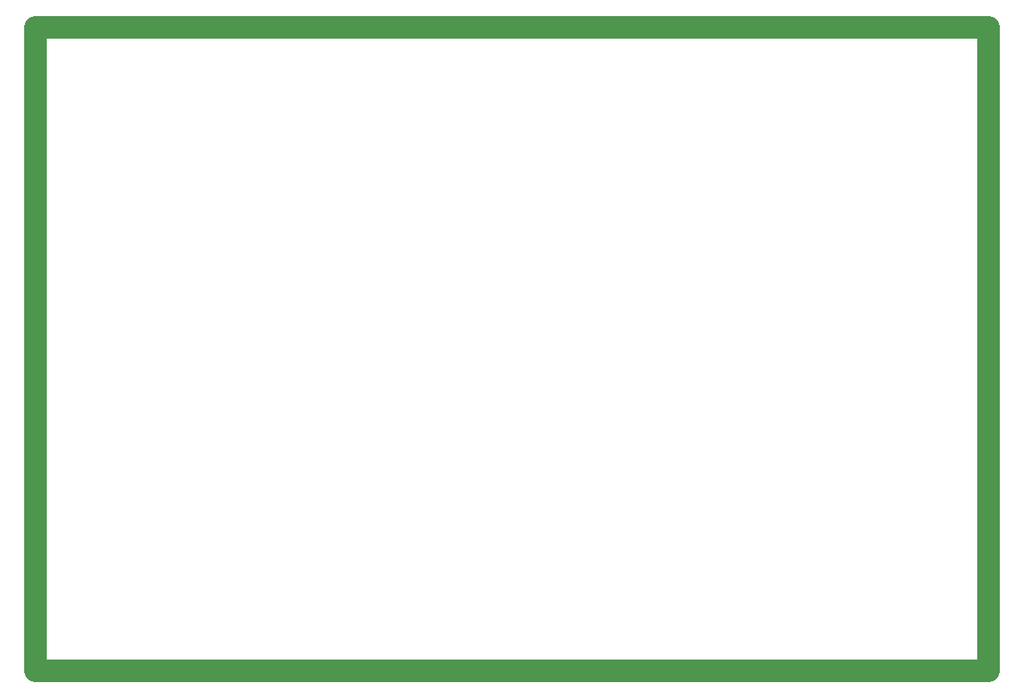
<source format=gbr>
G75*
%MOIN*%
%OFA0B0*%
%FSLAX24Y24*%
%IPPOS*%
%LPD*%
%AMOC8*
5,1,8,0,0,1.08239X$1,22.5*
%
%ADD10C,0.0945*%
D10*
X000830Y000572D02*
X000830Y027197D01*
X040205Y027197D01*
X040205Y000572D01*
X000830Y000572D01*
M02*

</source>
